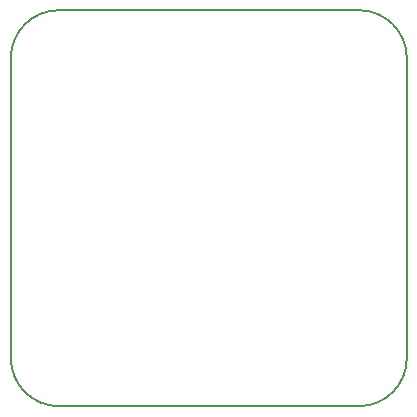
<source format=gbr>
%TF.GenerationSoftware,KiCad,Pcbnew,7.0.7*%
%TF.CreationDate,2023-11-07T19:32:12-06:00*%
%TF.ProjectId,TIAs,54494173-2e6b-4696-9361-645f70636258,rev?*%
%TF.SameCoordinates,Original*%
%TF.FileFunction,Profile,NP*%
%FSLAX46Y46*%
G04 Gerber Fmt 4.6, Leading zero omitted, Abs format (unit mm)*
G04 Created by KiCad (PCBNEW 7.0.7) date 2023-11-07 19:32:12*
%MOMM*%
%LPD*%
G01*
G04 APERTURE LIST*
%TA.AperFunction,Profile*%
%ADD10C,0.150000*%
%TD*%
G04 APERTURE END LIST*
D10*
X107569000Y-91948000D02*
X107569000Y-66548000D01*
X78105000Y-62484000D02*
G75*
G03*
X74041000Y-66548000I0J-4064000D01*
G01*
X107569000Y-66548000D02*
G75*
G03*
X103505000Y-62484000I-4064000J0D01*
G01*
X103505000Y-62484000D02*
X78105000Y-62484000D01*
X103505000Y-96012000D02*
X78105000Y-96012000D01*
X74041000Y-66548000D02*
X74041000Y-91948000D01*
X103505000Y-96012000D02*
G75*
G03*
X107569000Y-91948000I0J4064000D01*
G01*
X74041000Y-91948000D02*
G75*
G03*
X78105000Y-96012000I4064000J0D01*
G01*
M02*

</source>
